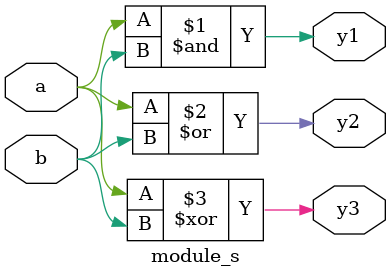
<source format=sv>

module module_s(
	input logic a, b,
	output logic y1, y2, y3
);

	and U1(y1, a, b);
	or U2(y2, a, b);
	xor U3(y3, a, b);

endmodule
</source>
